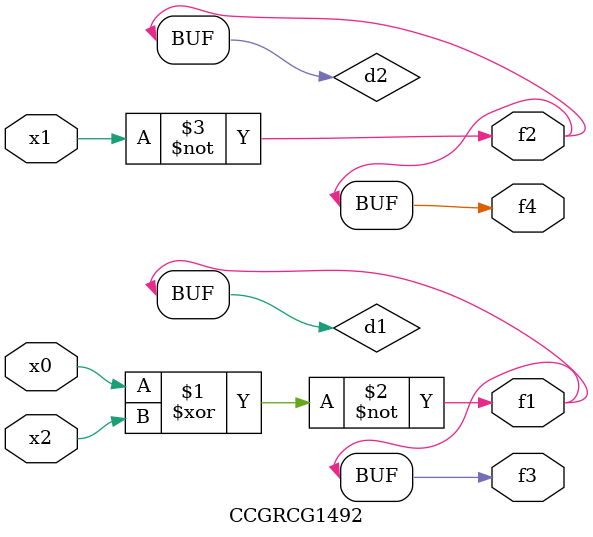
<source format=v>
module CCGRCG1492(
	input x0, x1, x2,
	output f1, f2, f3, f4
);

	wire d1, d2, d3;

	xnor (d1, x0, x2);
	nand (d2, x1);
	nor (d3, x1, x2);
	assign f1 = d1;
	assign f2 = d2;
	assign f3 = d1;
	assign f4 = d2;
endmodule

</source>
